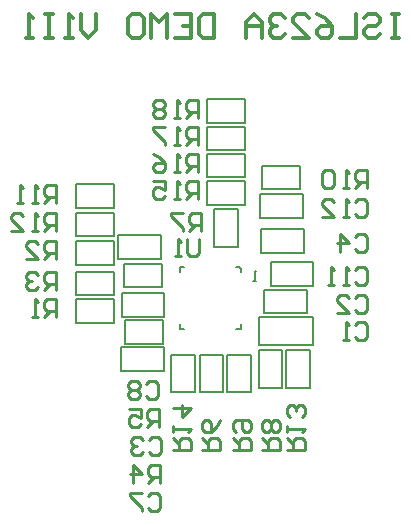
<source format=gbo>
G04*
G04 #@! TF.GenerationSoftware,Altium Limited,Altium Designer,19.1.7 (138)*
G04*
G04 Layer_Color=32896*
%FSLAX44Y44*%
%MOMM*%
G71*
G01*
G75*
%ADD10C,0.2000*%
%ADD11C,0.2540*%
%ADD46C,0.3500*%
D10*
X274000Y276000D02*
X276000Y274000D01*
X272000Y276000D02*
X274000D01*
X224000D02*
X228000D01*
X224000Y272000D02*
Y276000D01*
Y224000D02*
Y228000D01*
Y224000D02*
X228000D01*
X272000D02*
X276000D01*
Y228000D01*
Y272000D02*
Y274000D01*
X217000Y202000D02*
X237000D01*
X217000Y170000D02*
Y202000D01*
Y170000D02*
X237000D01*
Y202000D01*
X241000Y170000D02*
Y202000D01*
X261000D01*
Y170000D02*
Y202000D01*
X241000Y170000D02*
X261000D01*
X284000D02*
Y202000D01*
X264000Y170000D02*
X284000D01*
X264000D02*
Y202000D01*
X284000D01*
X291000Y174000D02*
Y206000D01*
X311000D01*
Y174000D02*
Y206000D01*
X291000Y174000D02*
X311000D01*
X293000Y288000D02*
X329000D01*
X293000D02*
Y308000D01*
X329000D01*
Y288000D02*
Y308000D01*
X334000Y174000D02*
Y206000D01*
X314000Y174000D02*
X334000D01*
X314000D02*
Y206000D01*
X334000D01*
X291000Y210000D02*
Y234000D01*
Y210000D02*
X337000D01*
Y234000D01*
X291000D02*
X337000D01*
X295500Y237000D02*
X331500D01*
X295500D02*
Y257000D01*
X331500D01*
Y237000D02*
Y257000D01*
X301000Y260000D02*
Y280000D01*
Y260000D02*
X337000D01*
Y280000D01*
X301000D02*
X337000D01*
X292000Y318000D02*
Y338000D01*
Y318000D02*
X328000D01*
Y338000D01*
X292000D02*
X328000D01*
X326000Y342000D02*
Y362000D01*
X294000D02*
X326000D01*
X294000Y342000D02*
Y362000D01*
Y342000D02*
X326000D01*
X253000Y293000D02*
Y325000D01*
X273000D01*
Y293000D02*
Y325000D01*
X253000Y293000D02*
X273000D01*
X247000Y329000D02*
X279000D01*
X247000D02*
Y349000D01*
X279000D01*
Y329000D02*
Y349000D01*
X247000Y372000D02*
X279000D01*
Y352000D02*
Y372000D01*
X247000Y352000D02*
X279000D01*
X247000D02*
Y372000D01*
Y375000D02*
X279000D01*
X247000D02*
Y395000D01*
X279000D01*
Y375000D02*
Y395000D01*
X247000Y418000D02*
X279000D01*
Y398000D02*
Y418000D01*
X247000Y398000D02*
X279000D01*
X247000D02*
Y418000D01*
X210500Y188000D02*
Y208000D01*
X174500D02*
X210500D01*
X174500Y188000D02*
Y208000D01*
Y188000D02*
X210500D01*
X178000Y231000D02*
X210000D01*
Y211000D02*
Y231000D01*
X178000Y211000D02*
X210000D01*
X178000D02*
Y231000D01*
X175000Y234000D02*
Y254000D01*
Y234000D02*
X211000D01*
Y254000D01*
X175000D02*
X211000D01*
X177000Y259000D02*
X209000D01*
X177000D02*
Y279000D01*
X209000D01*
Y259000D02*
Y279000D01*
X172000Y283000D02*
Y303000D01*
Y283000D02*
X208000D01*
Y303000D01*
X172000D02*
X208000D01*
X136000Y229000D02*
X168000D01*
X136000D02*
Y249000D01*
X168000D01*
Y229000D02*
Y249000D01*
X136000Y272000D02*
X168000D01*
Y252000D02*
Y272000D01*
X136000Y252000D02*
X168000D01*
X136000D02*
Y272000D01*
Y278000D02*
X168000D01*
X136000D02*
Y298000D01*
X168000D01*
Y278000D02*
Y298000D01*
Y302000D02*
Y322000D01*
X136000D02*
X168000D01*
X136000Y302000D02*
Y322000D01*
Y302000D02*
X168000D01*
Y326000D02*
Y346000D01*
X136000D02*
X168000D01*
X136000Y326000D02*
Y346000D01*
Y326000D02*
X168000D01*
X289000Y264000D02*
X286001D01*
X287500D01*
Y272997D01*
X289000Y271498D01*
D11*
X240000Y300235D02*
Y287539D01*
X237461Y285000D01*
X232383D01*
X229843Y287539D01*
Y300235D01*
X224765Y285000D02*
X219687D01*
X222226D01*
Y300235D01*
X224765Y297696D01*
X218582Y121430D02*
X233817D01*
Y129047D01*
X231278Y131587D01*
X226199D01*
X223660Y129047D01*
Y121430D01*
Y126508D02*
X218582Y131587D01*
Y136665D02*
Y141743D01*
Y139204D01*
X233817D01*
X231278Y136665D01*
X218582Y156978D02*
X233817D01*
X226199Y149361D01*
Y159517D01*
X242458Y121430D02*
X257693D01*
Y129047D01*
X255154Y131587D01*
X250075D01*
X247536Y129047D01*
Y121430D01*
Y126508D02*
X242458Y131587D01*
X257693Y146822D02*
X255154Y141743D01*
X250075Y136665D01*
X244997D01*
X242458Y139204D01*
Y144282D01*
X244997Y146822D01*
X247536D01*
X250075Y144282D01*
Y136665D01*
X269000Y121430D02*
X284235D01*
Y129047D01*
X281696Y131587D01*
X276618D01*
X274078Y129047D01*
Y121430D01*
Y126508D02*
X269000Y131587D01*
X271539Y136665D02*
X269000Y139204D01*
Y144282D01*
X271539Y146822D01*
X281696D01*
X284235Y144282D01*
Y139204D01*
X281696Y136665D01*
X279157D01*
X276618Y139204D01*
Y146822D01*
X294000Y121430D02*
X309235D01*
Y129047D01*
X306696Y131587D01*
X301618D01*
X299078Y129047D01*
Y121430D01*
Y126508D02*
X294000Y131587D01*
X306696Y136665D02*
X309235Y139204D01*
Y144282D01*
X306696Y146822D01*
X304157D01*
X301618Y144282D01*
X299078Y146822D01*
X296539D01*
X294000Y144282D01*
Y139204D01*
X296539Y136665D01*
X299078D01*
X301618Y139204D01*
X304157Y136665D01*
X306696D01*
X301618Y139204D02*
Y144282D01*
X372247Y301304D02*
X374786Y303843D01*
X379865D01*
X382404Y301304D01*
Y291147D01*
X379865Y288608D01*
X374786D01*
X372247Y291147D01*
X359551Y288608D02*
Y303843D01*
X367169Y296225D01*
X357012D01*
X315000Y121430D02*
X330235D01*
Y129047D01*
X327696Y131587D01*
X322617D01*
X320078Y129047D01*
Y121430D01*
Y126508D02*
X315000Y131587D01*
Y136665D02*
Y141743D01*
Y139204D01*
X330235D01*
X327696Y136665D01*
Y149361D02*
X330235Y151900D01*
Y156978D01*
X327696Y159517D01*
X325157D01*
X322617Y156978D01*
Y154439D01*
Y156978D01*
X320078Y159517D01*
X317539D01*
X315000Y156978D01*
Y151900D01*
X317539Y149361D01*
X372247Y227390D02*
X374786Y229929D01*
X379865D01*
X382404Y227390D01*
Y217233D01*
X379865Y214694D01*
X374786D01*
X372247Y217233D01*
X367169Y214694D02*
X362091D01*
X364630D01*
Y229929D01*
X367169Y227390D01*
X372247Y250250D02*
X374786Y252789D01*
X379865D01*
X382404Y250250D01*
Y240093D01*
X379865Y237554D01*
X374786D01*
X372247Y240093D01*
X357012Y237554D02*
X367169D01*
X357012Y247711D01*
Y250250D01*
X359551Y252789D01*
X364630D01*
X367169Y250250D01*
X372247Y273364D02*
X374786Y275903D01*
X379865D01*
X382404Y273364D01*
Y263207D01*
X379865Y260668D01*
X374786D01*
X372247Y263207D01*
X367169Y260668D02*
X362091D01*
X364630D01*
Y275903D01*
X367169Y273364D01*
X354473Y260668D02*
X349395D01*
X351934D01*
Y275903D01*
X354473Y273364D01*
X372247Y331276D02*
X374786Y333815D01*
X379865D01*
X382404Y331276D01*
Y321119D01*
X379865Y318580D01*
X374786D01*
X372247Y321119D01*
X367169Y318580D02*
X362091D01*
X364630D01*
Y333815D01*
X367169Y331276D01*
X344316Y318580D02*
X354473D01*
X344316Y328737D01*
Y331276D01*
X346856Y333815D01*
X351934D01*
X354473Y331276D01*
X382404Y342710D02*
Y357945D01*
X374786D01*
X372247Y355406D01*
Y350327D01*
X374786Y347788D01*
X382404D01*
X377326D02*
X372247Y342710D01*
X367169D02*
X362091D01*
X364630D01*
Y357945D01*
X367169Y355406D01*
X354473D02*
X351934Y357945D01*
X346856D01*
X344316Y355406D01*
Y345249D01*
X346856Y342710D01*
X351934D01*
X354473Y345249D01*
Y355406D01*
X242000Y306757D02*
Y321992D01*
X234382D01*
X231843Y319453D01*
Y314375D01*
X234382Y311836D01*
X242000D01*
X236922D02*
X231843Y306757D01*
X226765Y321992D02*
X216608D01*
Y319453D01*
X226765Y309297D01*
Y306757D01*
X239492Y333502D02*
Y348737D01*
X231875D01*
X229335Y346198D01*
Y341119D01*
X231875Y338580D01*
X239492D01*
X234414D02*
X229335Y333502D01*
X224257D02*
X219179D01*
X221718D01*
Y348737D01*
X224257Y346198D01*
X201404Y348737D02*
X211561D01*
Y341119D01*
X206483Y343659D01*
X203944D01*
X201404Y341119D01*
Y336041D01*
X203944Y333502D01*
X209022D01*
X211561Y336041D01*
X239492Y356616D02*
Y371851D01*
X231875D01*
X229335Y369312D01*
Y364234D01*
X231875Y361694D01*
X239492D01*
X234414D02*
X229335Y356616D01*
X224257D02*
X219179D01*
X221718D01*
Y371851D01*
X224257Y369312D01*
X201404Y371851D02*
X206483Y369312D01*
X211561Y364234D01*
Y359155D01*
X209022Y356616D01*
X203944D01*
X201404Y359155D01*
Y361694D01*
X203944Y364234D01*
X211561D01*
X239492Y379730D02*
Y394965D01*
X231875D01*
X229335Y392426D01*
Y387347D01*
X231875Y384808D01*
X239492D01*
X234414D02*
X229335Y379730D01*
X224257D02*
X219179D01*
X221718D01*
Y394965D01*
X224257Y392426D01*
X211561Y394965D02*
X201404D01*
Y392426D01*
X211561Y382269D01*
Y379730D01*
X239492Y402590D02*
Y417825D01*
X231875D01*
X229335Y415286D01*
Y410207D01*
X231875Y407668D01*
X239492D01*
X234414D02*
X229335Y402590D01*
X224257D02*
X219179D01*
X221718D01*
Y417825D01*
X224257Y415286D01*
X211561D02*
X209022Y417825D01*
X203944D01*
X201404Y415286D01*
Y412747D01*
X203944Y410207D01*
X201404Y407668D01*
Y405129D01*
X203944Y402590D01*
X209022D01*
X211561Y405129D01*
Y407668D01*
X209022Y410207D01*
X211561Y412747D01*
Y415286D01*
X209022Y410207D02*
X203944D01*
X197247Y82228D02*
X199786Y84767D01*
X204865D01*
X207404Y82228D01*
Y72071D01*
X204865Y69532D01*
X199786D01*
X197247Y72071D01*
X192169Y84767D02*
X182012D01*
Y82228D01*
X192169Y72071D01*
Y69532D01*
X207404Y93281D02*
Y108516D01*
X199786D01*
X197247Y105977D01*
Y100899D01*
X199786Y98359D01*
X207404D01*
X202326D02*
X197247Y93281D01*
X184551D02*
Y108516D01*
X192169Y100899D01*
X182012D01*
X198263Y129726D02*
X200802Y132265D01*
X205881D01*
X208420Y129726D01*
Y119569D01*
X205881Y117030D01*
X200802D01*
X198263Y119569D01*
X193185Y129726D02*
X190646Y132265D01*
X185567D01*
X183028Y129726D01*
Y127187D01*
X185567Y124648D01*
X188107D01*
X185567D01*
X183028Y122108D01*
Y119569D01*
X185567Y117030D01*
X190646D01*
X193185Y119569D01*
X206388Y140779D02*
Y156014D01*
X198771D01*
X196231Y153475D01*
Y148397D01*
X198771Y145857D01*
X206388D01*
X201310D02*
X196231Y140779D01*
X180996Y156014D02*
X191153D01*
Y148397D01*
X186075Y150936D01*
X183535D01*
X180996Y148397D01*
Y143318D01*
X183535Y140779D01*
X188614D01*
X191153Y143318D01*
X195215Y177224D02*
X197754Y179763D01*
X202833D01*
X205372Y177224D01*
Y167067D01*
X202833Y164528D01*
X197754D01*
X195215Y167067D01*
X190137Y177224D02*
X187598Y179763D01*
X182519D01*
X179980Y177224D01*
Y174685D01*
X182519Y172146D01*
X179980Y169606D01*
Y167067D01*
X182519Y164528D01*
X187598D01*
X190137Y167067D01*
Y169606D01*
X187598Y172146D01*
X190137Y174685D01*
Y177224D01*
X187598Y172146D02*
X182519D01*
X119494Y233680D02*
Y248915D01*
X111876D01*
X109337Y246376D01*
Y241297D01*
X111876Y238758D01*
X119494D01*
X114416D02*
X109337Y233680D01*
X104259D02*
X99181D01*
X101720D01*
Y248915D01*
X104259Y246376D01*
X119494Y256540D02*
Y271775D01*
X111876D01*
X109337Y269236D01*
Y264158D01*
X111876Y261618D01*
X119494D01*
X114416D02*
X109337Y256540D01*
X104259Y269236D02*
X101720Y271775D01*
X96641D01*
X94102Y269236D01*
Y266697D01*
X96641Y264158D01*
X99181D01*
X96641D01*
X94102Y261618D01*
Y259079D01*
X96641Y256540D01*
X101720D01*
X104259Y259079D01*
X119494Y282702D02*
Y297937D01*
X111876D01*
X109337Y295398D01*
Y290319D01*
X111876Y287780D01*
X119494D01*
X114416D02*
X109337Y282702D01*
X94102D02*
X104259D01*
X94102Y292859D01*
Y295398D01*
X96641Y297937D01*
X101720D01*
X104259Y295398D01*
X119494Y306578D02*
Y321813D01*
X111876D01*
X109337Y319274D01*
Y314195D01*
X111876Y311656D01*
X119494D01*
X114416D02*
X109337Y306578D01*
X104259D02*
X99181D01*
X101720D01*
Y321813D01*
X104259Y319274D01*
X81406Y306578D02*
X91563D01*
X81406Y316735D01*
Y319274D01*
X83946Y321813D01*
X89024D01*
X91563Y319274D01*
X119494Y330708D02*
Y345943D01*
X111876D01*
X109337Y343404D01*
Y338326D01*
X111876Y335786D01*
X119494D01*
X114416D02*
X109337Y330708D01*
X104259D02*
X99181D01*
X101720D01*
Y345943D01*
X104259Y343404D01*
X91563Y330708D02*
X86485D01*
X89024D01*
Y345943D01*
X91563Y343404D01*
D46*
X410000Y489994D02*
X403335D01*
X406668D01*
Y470000D01*
X410000D01*
X403335D01*
X380010Y486661D02*
X383342Y489994D01*
X390006D01*
X393339Y486661D01*
Y483329D01*
X390006Y479997D01*
X383342D01*
X380010Y476665D01*
Y473332D01*
X383342Y470000D01*
X390006D01*
X393339Y473332D01*
X373345Y489994D02*
Y470000D01*
X360016D01*
X340023Y489994D02*
X346687Y486661D01*
X353352Y479997D01*
Y473332D01*
X350019Y470000D01*
X343355D01*
X340023Y473332D01*
Y476665D01*
X343355Y479997D01*
X353352D01*
X320029Y470000D02*
X333358D01*
X320029Y483329D01*
Y486661D01*
X323361Y489994D01*
X330026D01*
X333358Y486661D01*
X313365D02*
X310032Y489994D01*
X303368D01*
X300035Y486661D01*
Y483329D01*
X303368Y479997D01*
X306700D01*
X303368D01*
X300035Y476665D01*
Y473332D01*
X303368Y470000D01*
X310032D01*
X313365Y473332D01*
X293371Y470000D02*
Y483329D01*
X286706Y489994D01*
X280042Y483329D01*
Y470000D01*
Y479997D01*
X293371D01*
X253384Y489994D02*
Y470000D01*
X243387D01*
X240055Y473332D01*
Y486661D01*
X243387Y489994D01*
X253384D01*
X220061D02*
X233390D01*
Y470000D01*
X220061D01*
X233390Y479997D02*
X226726D01*
X213397Y470000D02*
Y489994D01*
X206732Y483329D01*
X200068Y489994D01*
Y470000D01*
X183406Y489994D02*
X190071D01*
X193403Y486661D01*
Y473332D01*
X190071Y470000D01*
X183406D01*
X180074Y473332D01*
Y486661D01*
X183406Y489994D01*
X153416D02*
Y476665D01*
X146751Y470000D01*
X140087Y476665D01*
Y489994D01*
X133422Y470000D02*
X126758D01*
X130090D01*
Y489994D01*
X133422Y486661D01*
X116761Y489994D02*
X110097D01*
X113429D01*
Y470000D01*
X116761D01*
X110097D01*
X100100D02*
X93435D01*
X96768D01*
Y489994D01*
X100100Y486661D01*
M02*

</source>
